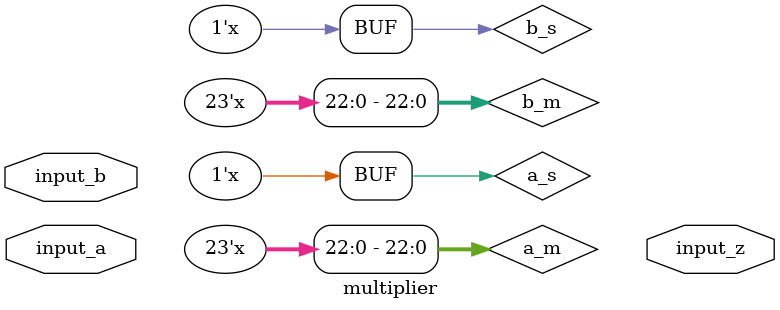
<source format=v>
module multiplier(
    input [31:0] input_a,
    input [31:0] input_b,
    output [31:0] input_z,
);
    reg [7:0] a_e;
    reg [7:0] b_e;
    reg [23:0] a_m;
    reg [23:0] b_m;
    reg a_s;
    reg b_s;

    always @(*) begin
        a_e = a[30:23]-127;
        b_e = b[30:23]-127;
        a_m[22:0] = a[22:0];
        b_m[22:0] = b[22:0];
        a_s = a[31];
        b_s = b[31];

        //if a is NaN or b is NaN return NaN
        if ((a_e == 128 && a_m != 0) || (b_e == 128 && b_m != 0)) begin
            z[31] = 1;
            z[30:23] = 255;
            z[22] = 1;
            z[21:0] = 0;
            //if a is inf return inf
        end else if (a_e == 128) begin
            z[31] = a_s ^ b_s;
            z[30:23] = 255;
            z[22:0] = 0;
            //if b is zero return NaN
            if (($signed(b_e) == -127) && (b_m == 0)) begin
                z[31] = 1;
                z[30:23] = 255;
                z[22] = 1;
                z[21:0] = 0;
            end
            //if b is inf return inf
        end else if (b_e == 128) begin
            z[31] = a_s ^ b_s;
            z[30:23] = 255;
            z[22:0] = 0;
            //if a is zero return NaN
            if (($signed(a_e) == -127) && (a_m == 0)) begin
                z[31] = 1;
                z[30:23] = 255;
                z[22] = 1;
                z[21:0] = 0;
            end
            //if a is zero return zero
        end else if (($signed(a_e) == -127) && (a_m == 0)) begin
            z[31] = a_s ^ b_s;
            z[30:23] = 0;
            z[22:0] = 0;
            //if b is zero return zero
        end else if (($signed(b_e) == -127) && (b_m == 0)) begin
            z[31] = a_s ^ b_s;
            z[30:23] = 0;
            z[22:0] = 0;
        end else begin
            //Denormalised Number
            if ($signed(a_e) == -127) begin
                a_e = -126;
            end else begin
                a_m[23] = 1;
            end
            //Denormalised Number
            if ($signed(b_e) == -127) begin
                b_e = -126;
            end else begin
                b_m[23] = 1;
            end
        end
    end
endmodule: multiplier
</source>
